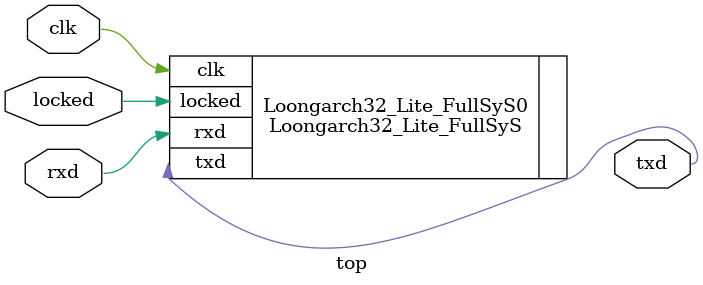
<source format=v>
module top(
    input   clk,
    input   locked,
    input   rxd,
    output  txd
    );
    Loongarch32_Lite_FullSyS Loongarch32_Lite_FullSyS0(
        .clk(clk),
        .locked(locked),
        .rxd(rxd),
        .txd(txd)
    );
endmodule

</source>
